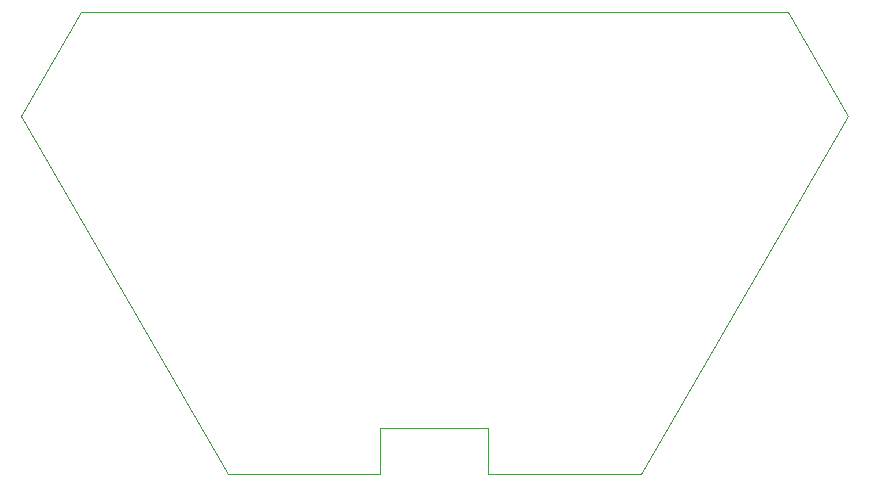
<source format=gm1>
G04 #@! TF.GenerationSoftware,KiCad,Pcbnew,(5.1.6)-1*
G04 #@! TF.CreationDate,2021-05-31T10:21:52+02:00*
G04 #@! TF.ProjectId,Power_module_v1,506f7765-725f-46d6-9f64-756c655f7631,rev?*
G04 #@! TF.SameCoordinates,Original*
G04 #@! TF.FileFunction,Profile,NP*
%FSLAX46Y46*%
G04 Gerber Fmt 4.6, Leading zero omitted, Abs format (unit mm)*
G04 Created by KiCad (PCBNEW (5.1.6)-1) date 2021-05-31 10:21:52*
%MOMM*%
%LPD*%
G01*
G04 APERTURE LIST*
G04 #@! TA.AperFunction,Profile*
%ADD10C,0.050000*%
G04 #@! TD*
G04 APERTURE END LIST*
D10*
X87500000Y-77941800D02*
X92608400Y-69088000D01*
X157500000Y-77941800D02*
X152400000Y-69088000D01*
X92608400Y-69088000D02*
X152400000Y-69088000D01*
X105000000Y-108252500D02*
X87500000Y-77941800D01*
X105000000Y-108252500D02*
X117927120Y-108252500D01*
X117927120Y-108252500D02*
X117927120Y-104336680D01*
X117927120Y-104336680D02*
X127071120Y-104336680D01*
X127071120Y-104336680D02*
X127071120Y-108252500D01*
X127071120Y-108252500D02*
X140000000Y-108252500D01*
X157500000Y-77941800D02*
X140000000Y-108252500D01*
M02*

</source>
